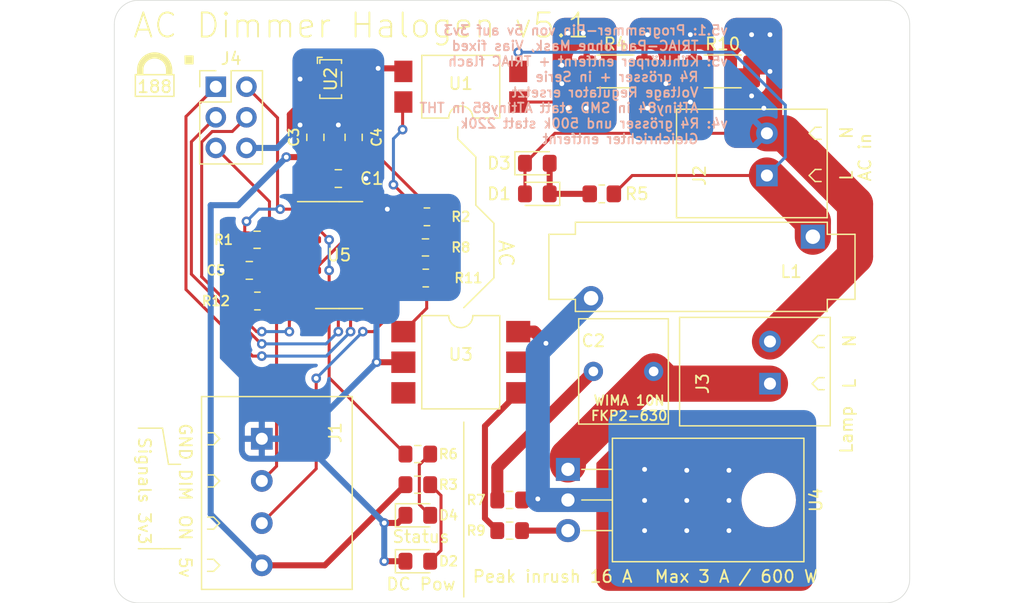
<source format=kicad_pcb>
(kicad_pcb (version 20221018) (generator pcbnew)
  (layers (0 "F.Cu" signal) (31 "B.Cu" signal) (34 "B.Paste" user) (35 "F.Paste" user) (36 "B.SilkS" user "B.Silkscreen") (37 "F.SilkS" user "F.Silkscreen") (38 "B.Mask" user) (39 "F.Mask" user) (44 "Edge.Cuts" user))
  (net 0 "")
  (net 1 "GND")
  (net 2 "/N")
  (net 3 "/L")
  (net 4 "Net-(D4-Pad2)")
  (net 5 "DIM")
  (net 6 "ON")
  (net 7 "MISO")
  (net 8 "Net-(C2-Pad1)")
  (net 9 "Net-(D2-Pad2)")
  (net 10 "Net-(R8-Pad2)")
  (net 11 "SCK")
  (net 12 "Net-(R9-Pad2)")
  (net 13 "/r1L")
  (net 14 "MOSI")
  (net 16 "~{RST}")
  (net 17 "+5V")
  (net 18 "/lamp_L")
  (net 19 "/gate")
  (net 20 "Net-(D1-Pad1)")
  (net 22 "sig_zerocross")
  (net 23 "led_status")
  (net 24 "cmd_on")
  (net 27 "Net-(R10-Pad1)")
  (net 29 "/T_{2}")
  (net 31 "+3V3")
  (footprint "Capacitor_SMD:C_0805_2012Metric_Pad1.18x1.45mm_HandSolder" (layer "F.Cu") (at 148.59 97.79)
    (fp_text reference "C1" (at 2.7725 0) (layer "F.SilkS"))
    (fp_text value "100 nF")
    (pad "1" smd roundrect (at -1.0375 0) (size 1.175 1.45) (layers "F.Cu" "F.Paste" "F.Mask") (roundrect_rratio 0.2127659574) (net 31 "+3V3"))
    (pad "2" smd roundrect (at 1.0375 0) (size 1.175 1.45) (layers "F.Cu" "F.Paste" "F.Mask") (roundrect_rratio 0.2127659574) (net 1 "GND"))
  )
  (footprint "LED_SMD:LED_0805_2012Metric_Pad1.15x1.40mm_HandSolder" (layer "F.Cu") (at 155.185 129.54)
    (fp_text reference "D2" (at 2.549 0) (layer "F.SilkS") (effects (font (size 0.8 0.8))))
    (fp_text value "LED Green")
    (fp_text user "DC Pow" (at 0.263 1.905 unlocked) (layer "F.SilkS"))
    (pad "1" smd roundrect (at -1.025 0) (size 1.15 1.4) (layers "F.Cu" "F.Paste" "F.Mask") (roundrect_rratio 0.2173913043) (net 1 "GND"))
    (pad "2" smd roundrect (at 1.025 0) (size 1.15 1.4) (layers "F.Cu" "F.Paste" "F.Mask") (roundrect_rratio 0.2173913043) (net 9 "Net-(D2-Pad2)"))
  )
  (footprint "LED_SMD:LED_0805_2012Metric_Pad1.15x1.40mm_HandSolder" (layer "F.Cu") (at 155.185 125.73)
    (fp_text reference "D4" (at 2.549 0) (layer "F.SilkS") (effects (font (size 0.8 0.8))))
    (fp_text value "LED Green")
    (fp_text user "Status" (at 0.263 1.778 unlocked) (layer "F.SilkS"))
    (pad "1" smd roundrect (at -1.025 0) (size 1.15 1.4) (layers "F.Cu" "F.Paste" "F.Mask") (roundrect_rratio 0.2173913043) (net 1 "GND"))
    (pad "2" smd roundrect (at 1.025 0) (size 1.15 1.4) (layers "F.Cu" "F.Paste" "F.Mask") (roundrect_rratio 0.2173913043) (net 4 "Net-(D4-Pad2)"))
  )
  (footprint "Footprints:Phoenix_PTSA-1,5_1x2_P3.5mm" (layer "F.Cu") (at 184.15 97.536 90)
    (fp_text reference "J2" (at 0 -5.588 90) (layer "F.SilkS"))
    (fp_text value "PTSA 1.5/ 2-3.5-F")
    (pad "1" thru_hole rect (at 0 0 90) (size 1.8 1.8) (drill 1) (layers "*.Cu" "*.Mask") (net 3 "/L"))
    (pad "2" thru_hole circle (at 3.5 0 90) (size 1.8 1.8) (drill 1) (layers "*.Cu" "*.Mask") (net 2 "/N"))
  )
  (footprint "Footprints:Phoenix_PTSA-1,5_1x2_P3.5mm" (layer "F.Cu") (at 184.404 114.808 90)
    (fp_text reference "J3" (at 0 -5.588 90) (layer "F.SilkS"))
    (fp_text value "PTSA 1.5/ 2-3.5-F")
    (pad "1" thru_hole rect (at 0 0 90) (size 1.8 1.8) (drill 1) (layers "*.Cu" "*.Mask") (net 18 "/lamp_L"))
    (pad "2" thru_hole circle (at 3.5 0 90) (size 1.8 1.8) (drill 1) (layers "*.Cu" "*.Mask") (net 2 "/N"))
  )
  (footprint "Resistor_SMD:R_0805_2012Metric_Pad1.15x1.40mm_HandSolder" (layer "F.Cu") (at 141.85 102.87)
    (fp_text reference "R1" (at -2.785 0) (layer "F.SilkS") (effects (font (size 0.8 0.8))))
    (fp_text value "4.7 kΩ")
    (pad "1" smd roundrect (at -1.025 0) (size 1.15 1.4) (layers "F.Cu" "F.Paste" "F.Mask") (roundrect_rratio 0.2173913043) (net 31 "+3V3"))
    (pad "2" smd roundrect (at 1.025 0) (size 1.15 1.4) (layers "F.Cu" "F.Paste" "F.Mask") (roundrect_rratio 0.2173913043) (net 16 "~{RST}"))
  )
  (footprint "Resistor_SMD:R_0805_2012Metric_Pad1.15x1.40mm_HandSolder" (layer "F.Cu") (at 155.185 123.19)
    (fp_text reference "R3" (at 2.531 0) (layer "F.SilkS") (effects (font (size 0.8 0.8))))
    (fp_text value "470 Ω")
    (pad "1" smd roundrect (at -1.025 0) (size 1.15 1.4) (layers "F.Cu" "F.Paste" "F.Mask") (roundrect_rratio 0.2173913043) (net 17 "+5V"))
    (pad "2" smd roundrect (at 1.025 0) (size 1.15 1.4) (layers "F.Cu" "F.Paste" "F.Mask") (roundrect_rratio 0.2173913043) (net 9 "Net-(D2-Pad2)"))
  )
  (footprint "Resistor_SMD:R_0805_2012Metric_Pad1.15x1.40mm_HandSolder" (layer "F.Cu") (at 162.805 127 180)
    (fp_text reference "R9" (at 2.785 0) (layer "F.SilkS") (effects (font (size 0.8 0.8))))
    (fp_text value "470 Ω")
    (pad "1" smd roundrect (at -1.025 0 180) (size 1.15 1.4) (layers "F.Cu" "F.Paste" "F.Mask") (roundrect_rratio 0.2173913043) (net 19 "/gate"))
    (pad "2" smd roundrect (at 1.025 0 180) (size 1.15 1.4) (layers "F.Cu" "F.Paste" "F.Mask") (roundrect_rratio 0.2173913043) (net 12 "Net-(R9-Pad2)"))
  )
  (footprint "Package_TO_SOT_THT:TO-220-3_Horizontal_TabDown" (layer "F.Cu") (at 167.64 121.92 -90)
    (fp_text reference "U4" (at 2.54 -20.58 90) (layer "F.SilkS"))
    (fp_text value "BTA316-600D")
    (pad "" np_thru_hole oval (at 2.54 -16.66 270) (size 3.5 3.5) (drill 3.5) (layers "*.Cu" "*.Mask"))
    (pad "1" thru_hole rect (at 0 0 270) (size 1.905 2) (drill 1.1) (layers "*.Cu" "*.Mask") (net 18 "/lamp_L"))
    (pad "2" thru_hole oval (at 2.54 0 270) (size 1.905 2) (drill 1.1) (layers "*.Cu" "*.Mask") (net 29 "/T_{2}"))
    (pad "3" thru_hole oval (at 5.08 0 270) (size 1.905 2) (drill 1.1) (layers "*.Cu" "*.Mask") (net 19 "/gate"))
  )
  (footprint "Resistor_SMD:R_0805_2012Metric_Pad1.20x1.40mm_HandSolder" (layer "F.Cu") (at 155.94 100.965 180)
    (fp_text reference "R2" (at -2.81 0) (layer "F.SilkS") (effects (font (size 0.8 0.8))))
    (fp_text value "10 kΩ")
    (pad "1" smd roundrect (at -1 0 180) (size 1.2 1.4) (layers "F.Cu" "F.Paste" "F.Mask") (roundrect_rratio 0.2083333333) (net 31 "+3V3"))
    (pad "2" smd roundrect (at 1 0 180) (size 1.2 1.4) (layers "F.Cu" "F.Paste" "F.Mask") (roundrect_rratio 0.2083333333) (net 22 "sig_zerocross"))
  )
  (footprint "Capacitor_THT:C_Rect_L7.2mm_W8.5mm_P5.00mm_FKP2_FKP2_MKS2_MKP2" (layer "F.Cu") (at 169.752 113.792)
    (fp_text reference "C2" (at 0 -2.54) (layer "F.SilkS"))
    (fp_text value "10 nF 630 V")
    (fp_text user "FKP2-630" (at 2.968 3.683 unlocked) (layer "F.SilkS") (effects (font (size 0.8 0.8))))
    (fp_text user "WIMA 10N" (at 2.968 2.413 unlocked) (layer "F.SilkS") (effects (font (size 0.8 0.8))))
    (pad "1" thru_hole circle (at 0 0) (size 1.6 1.6) (drill 0.8) (layers "*.Cu" "*.Mask") (net 8 "Net-(C2-Pad1)"))
    (pad "2" thru_hole circle (at 5 0) (size 1.6 1.6) (drill 0.8) (layers "*.Cu" "*.Mask") (net 18 "/lamp_L"))
  )
  (footprint "Footprints:4RCC-4R7M-F18.4mm" (layer "F.Cu") (at 187.96 102.616 180)
    (fp_text reference "L1" (at 1.8 -2.9) (layer "F.SilkS"))
    (fp_text value "4.7 µH")
    (pad "1" thru_hole rect (at 0 0 180) (size 2 2) (drill 1.2) (layers "*.Cu" "*.Mask") (net 3 "/L"))
    (pad "2" thru_hole circle (at 18.4 -5.1 180) (size 2 2) (drill 1.2) (layers "*.Cu" "*.Mask") (net 29 "/T_{2}"))
  )
  (footprint "Package_DIP:SMDIP-6_W9.53mm" (layer "F.Cu") (at 158.75 113.03)
    (fp_text reference "U3" (at 0 -0.635) (layer "F.SilkS"))
    (fp_text value "MOC3052M")
    (pad "1" smd rect (at -4.765 -2.54) (size 2 1.78) (layers "F.Cu" "F.Paste" "F.Mask") (net 10 "Net-(R8-Pad2)"))
    (pad "2" smd rect (at -4.765 0) (size 2 1.78) (layers "F.Cu" "F.Paste" "F.Mask") (net 1 "GND"))
    (pad "3" smd rect (at -4.765 2.54) (size 2 1.78) (layers "F.Cu" "F.Paste" "F.Mask"))
    (pad "4" smd rect (at 4.765 2.54) (size 2 1.78) (layers "F.Cu" "F.Paste" "F.Mask") (net 12 "Net-(R9-Pad2)"))
    (pad "5" smd rect (at 4.765 0) (size 2 1.78) (layers "F.Cu" "F.Paste" "F.Mask"))
    (pad "6" smd rect (at 4.765 -2.54) (size 2 1.78) (layers "F.Cu" "F.Paste" "F.Mask") (net 29 "/T_{2}"))
  )
  (footprint "Resistor_SMD:R_0805_2012Metric_Pad1.15x1.40mm_HandSolder" (layer "F.Cu") (at 155.82 103.505)
    (fp_text reference "R8" (at 2.93 0) (layer "F.SilkS") (effects (font (size 0.8 0.8))))
    (fp_text value "100 Ω")
    (pad "1" smd roundrect (at -1.025 0) (size 1.15 1.4) (layers "F.Cu" "F.Paste" "F.Mask") (roundrect_rratio 0.2173913043) (net 24 "cmd_on"))
    (pad "2" smd roundrect (at 1.025 0) (size 1.15 1.4) (layers "F.Cu" "F.Paste" "F.Mask") (roundrect_rratio 0.2173913043) (net 10 "Net-(R8-Pad2)"))
  )
  (footprint "Resistor_SMD:R_0805_2012Metric_Pad1.15x1.40mm_HandSolder" (layer "F.Cu") (at 162.805 124.46 180)
    (fp_text reference "R7" (at 2.785 0) (layer "F.SilkS") (effects (font (size 0.8 0.8))))
    (fp_text value "220 Ω 0.5 W")
    (pad "1" smd roundrect (at -1.025 0 180) (size 1.15 1.4) (layers "F.Cu" "F.Paste" "F.Mask") (roundrect_rratio 0.2173913043) (net 29 "/T_{2}"))
    (pad "2" smd roundrect (at 1.025 0 180) (size 1.15 1.4) (layers "F.Cu" "F.Paste" "F.Mask") (roundrect_rratio 0.2173913043) (net 8 "Net-(C2-Pad1)"))
  )
  (footprint "Footprints:Phoenix_PTSA-1,5_1x4_P3.5mm" (layer "F.Cu") (at 142.24 119.38 -90)
    (fp_text reference "J1" (at -0.508 -6.096 90) (layer "F.SilkS"))
    (fp_text value "PTSA 1.5/ 4-3.5-F")
    (pad "1" thru_hole rect (at 0 0 270) (size 1.8 1.8) (drill 1) (layers "*.Cu" "*.Mask") (net 1 "GND"))
    (pad "2" thru_hole circle (at 3.5 0 270) (size 1.8 1.8) (drill 1) (layers "*.Cu" "*.Mask") (net 5 "DIM"))
    (pad "3" thru_hole circle (at 7 0 270) (size 1.8 1.8) (drill 1) (layers "*.Cu" "*.Mask") (net 6 "ON"))
    (pad "4" thru_hole circle (at 10.5 0 270) (size 1.8 1.8) (drill 1) (layers "*.Cu" "*.Mask") (net 17 "+5V"))
  )
  (footprint "Resistor_SMD:R_0805_2012Metric_Pad1.15x1.40mm_HandSolder" (layer "F.Cu") (at 155.185 120.65)
    (fp_text reference "R6" (at 2.531 0) (layer "F.SilkS") (effects (font (size 0.8 0.8))))
    (fp_text value "470 Ω")
    (pad "1" smd roundrect (at -1.025 0) (size 1.15 1.4) (layers "F.Cu" "F.Paste" "F.Mask") (roundrect_rratio 0.2173913043) (net 23 "led_status"))
    (pad "2" smd roundrect (at 1.025 0) (size 1.15 1.4) (layers "F.Cu" "F.Paste" "F.Mask") (roundrect_rratio 0.2173913043) (net 4 "Net-(D4-Pad2)"))
  )
  (footprint "Capacitor_SMD:C_0805_2012Metric_Pad1.15x1.40mm_HandSolder" (layer "F.Cu") (at 146.685 94.37 90)
    (fp_text reference "C3" (at 0.009 -1.778 90) (layer "F.SilkS") (effects (font (size 0.8 0.8))))
    (fp_text value "1 µF")
    (pad "1" smd roundrect (at -1.025 0 90) (size 1.15 1.4) (layers "F.Cu" "F.Paste" "F.Mask") (roundrect_rratio 0.2173913043) (net 17 "+5V"))
    (pad "2" smd roundrect (at 1.025 0 90) (size 1.15 1.4) (layers "F.Cu" "F.Paste" "F.Mask") (roundrect_rratio 0.2173913043) (net 1 "GND"))
  )
  (footprint "Capacitor_SMD:C_0805_2012Metric_Pad1.15x1.40mm_HandSolder" (layer "F.Cu") (at 149.86 94.37 90)
    (fp_text reference "C4" (at 0 1.905 90) (layer "F.SilkS") (effects (font (size 0.8 0.8))))
    (fp_text value "1 µF")
    (pad "1" smd roundrect (at -1.025 0 90) (size 1.15 1.4) (layers "F.Cu" "F.Paste" "F.Mask") (roundrect_rratio 0.2173913043) (net 31 "+3V3"))
    (pad "2" smd roundrect (at 1.025 0 90) (size 1.15 1.4) (layers "F.Cu" "F.Paste" "F.Mask") (roundrect_rratio 0.2173913043) (net 1 "GND"))
  )
  (footprint "LED_SMD:LED_0805_2012Metric_Pad1.15x1.40mm_HandSolder" (layer "F.Cu") (at 165.1 96.52)
    (fp_text reference "D3" (at -3.175 0) (layer "F.SilkS"))
    (fp_text value "LED Blue")
    (pad "1" smd roundrect (at -1.025 0) (size 1.15 1.4) (layers "F.Cu" "F.Paste" "F.Mask") (roundrect_rratio 0.2173913043) (net 2 "/N"))
    (pad "2" smd roundrect (at 1.025 0) (size 1.15 1.4) (layers "F.Cu" "F.Paste" "F.Mask") (roundrect_rratio 0.2173913043) (net 20 "Net-(D1-Pad1)"))
  )
  (footprint "LED_SMD:LED_0805_2012Metric_Pad1.15x1.40mm_HandSolder" (layer "F.Cu") (at 165.1 99.06 180)
    (fp_text reference "D1" (at 3.175 0) (layer "F.SilkS"))
    (fp_text value "LED Blue")
    (pad "1" smd roundrect (at -1.025 0 180) (size 1.15 1.4) (layers "F.Cu" "F.Paste" "F.Mask") (roundrect_rratio 0.2173913043) (net 20 "Net-(D1-Pad1)"))
    (pad "2" smd roundrect (at 1.025 0 180) (size 1.15 1.4) (layers "F.Cu" "F.Paste" "F.Mask") (roundrect_rratio 0.2173913043) (net 2 "/N"))
  )
  (footprint "Resistor_SMD:R_0805_2012Metric_Pad1.20x1.40mm_HandSolder" (layer "F.Cu") (at 141.875 107.95)
    (fp_text reference "R12" (at -3.445 0) (layer "F.SilkS") (effects (font (size 0.8 0.8))))
    (fp_text value "10 kΩ")
    (pad "1" smd roundrect (at -1 0) (size 1.2 1.4) (layers "F.Cu" "F.Paste" "F.Mask") (roundrect_rratio 0.2083333333) (net 31 "+3V3"))
    (pad "2" smd roundrect (at 1 0) (size 1.2 1.4) (layers "F.Cu" "F.Paste" "F.Mask") (roundrect_rratio 0.2083333333) (net 5 "DIM"))
  )
  (footprint "MountingHole:MountingHole_3.2mm_M3_ISO14580" (layer "F.Cu") (at 134 114)
    (fp_text reference "REF**" hide)
    (fp_text value "MountingHole_3.2mm_M3_ISO14580")
    (pad "" np_thru_hole circle (at 0 0) (size 3.2 3.2) (drill 3.2) (layers "*.Cu" "*.Mask"))
  )
  (footprint "Resistor_SMD:R_0805_2012Metric_Pad1.20x1.40mm_HandSolder" (layer "F.Cu") (at 155.845 106.045 180)
    (fp_text reference "R11" (at -3.54 0) (layer "F.SilkS") (effects (font (size 0.8 0.8))))
    (fp_text value "10 kΩ")
    (pad "1" smd roundrect (at -1 0 180) (size 1.2 1.4) (layers "F.Cu" "F.Paste" "F.Mask") (roundrect_rratio 0.2083333333) (net 31 "+3V3"))
    (pad "2" smd roundrect (at 1 0 180) (size 1.2 1.4) (layers "F.Cu" "F.Paste" "F.Mask") (roundrect_rratio 0.2083333333) (net 6 "ON"))
  )
  (footprint "Footprints:Geheimgang_Logo" (layer "F.Cu") (at 133.35 90.17)
    (fp_text reference "REF**" hide)
    (fp_text value "Geheimgang_Logo")
    (fp_text user "188" (at 0 0) (layer "F.SilkS"))
  )
  (footprint "Footprints:SOT25" (layer "F.Cu") (at 147.955 89.535 -90)
    (fp_text reference "U2" (at 0 0 90) (layer "F.SilkS"))
    (fp_text value "AP7343")
    (pad "1" smd rect (at -0.95 1.4 270) (size 0.55 1.2) (layers "F.Cu" "F.Paste" "F.Mask") (net 17 "+5V"))
    (pad "2" smd rect (at 0 1.4 270) (size 0.55 1.2) (layers "F.Cu" "F.Paste" "F.Mask") (net 1 "GND"))
    (pad "3" smd rect (at 0.95 1.4 270) (size 0.55 1.2) (layers "F.Cu" "F.Paste" "F.Mask") (net 17 "+5V"))
    (pad "4" smd rect (at 0.95 -1.4 270) (size 0.55 1.2) (layers "F.Cu" "F.Paste" "F.Mask"))
    (pad "5" smd rect (at -0.95 -1.4 270) (size 0.55 1.2) (layers "F.Cu" "F.Paste" "F.Mask") (net 31 "+3V3"))
  )
  (footprint "Capacitor_SMD:C_0805_2012Metric_Pad1.18x1.45mm_HandSolder" (layer "F.Cu") (at 141.2025 105.41 180)
    (fp_text reference "C5" (at 2.7725 0) (layer "F.SilkS") (effects (font (size 0.8 0.8))))
    (fp_text value "100 nF")
    (pad "1" smd roundrect (at -1.0375 0 180) (size 1.175 1.45) (layers "F.Cu" "F.Paste" "F.Mask") (roundrect_rratio 0.2127659574) (net 16 "~{RST}"))
    (pad "2" smd roundrect (at 1.0375 0 180) (size 1.175 1.45) (layers "F.Cu" "F.Paste" "F.Mask") (roundrect_rratio 0.2127659574) (net 1 "GND"))
  )
  (footprint "MountingHole:MountingHole_3.2mm_M3_ISO14580" (layer "F.Cu") (at 192 89)
    (fp_text reference "REF**" hide)
    (fp_text value "MountingHole_3.2mm_M3_ISO14580")
    (pad "" np_thru_hole circle (at 0 0) (size 3.2 3.2) (drill 3.2) (layers "*.Cu" "*.Mask"))
  )
  (footprint "MountingHole:MountingHole_3.2mm_M3_ISO14580" (layer "F.Cu") (at 192 128)
    (fp_text reference "REF**" hide)
    (fp_text value "MountingHole_3.2mm_M3_ISO14580")
    (pad "" np_thru_hole circle (at 0 0) (size 3.2 3.2) (drill 3.2) (layers "*.Cu" "*.Mask"))
  )
  (footprint "Package_SO:SOIC-14_3.9x8.7mm_P1.27mm" (layer "F.Cu") (at 148.655 104.14)
    (fp_text reference "U5" (at 0 0) (layer "F.SilkS"))
    (fp_text value "ATtiny84A-SS")
    (pad "1" smd roundrect (at -2.475 -3.81) (size 1.95 0.6) (layers "F.Cu" "F.Paste" "F.Mask") (net 31 "+3V3"))
    (pad "2" smd roundrect (at -2.475 -2.54) (size 1.95 0.6) (layers "F.Cu" "F.Paste" "F.Mask") (net 23 "led_status"))
    (pad "3" smd roundrect (at -2.475 -1.27) (size 1.95 0.6) (layers "F.Cu" "F.Paste" "F.Mask"))
    (pad "4" smd roundrect (at -2.475 0) (size 1.95 0.6) (layers "F.Cu" "F.Paste" "F.Mask") (net 16 "~{RST}"))
    (pad "5" smd roundrect (at -2.475 1.27) (size 1.95 0.6) (layers "F.Cu" "F.Paste" "F.Mask") (net 22 "sig_zerocross"))
    (pad "6" smd roundrect (at -2.475 2.54) (size 1.95 0.6) (layers "F.Cu" "F.Paste" "F.Mask") (net 5 "DIM"))
    (pad "7" smd roundrect (at -2.475 3.81) (size 1.95 0.6) (layers "F.Cu" "F.Paste" "F.Mask") (net 14 "MOSI"))
    (pad "8" smd roundrect (at 2.475 3.81) (size 1.95 0.6) (layers "F.Cu" "F.Paste" "F.Mask") (net 7 "MISO"))
    (pad "9" smd roundrect (at 2.475 2.54) (size 1.95 0.6) (layers "F.Cu" "F.Paste" "F.Mask") (net 11 "SCK"))
    (pad "10" smd roundrect (at 2.475 1.27) (size 1.95 0.6) (layers "F.Cu" "F.Paste" "F.Mask") (net 6 "ON"))
    (pad "11" smd roundrect (at 2.475 0) (size 1.95 0.6) (layers "F.Cu" "F.Paste" "F.Mask"))
    (pad "12" smd roundrect (at 2.475 -1.27) (size 1.95 0.6) (layers "F.Cu" "F.Paste" "F.Mask") (net 24 "cmd_on"))
    (pad "13" smd roundrect (at 2.475 -2.54) (size 1.95 0.6) (layers "F.Cu" "F.Paste" "F.Mask"))
    (pad "14" smd roundrect (at 2.475 -3.81) (size 1.95 0.6) (layers "F.Cu" "F.Paste" "F.Mask") (net 1 "GND"))
  )
  (footprint "Resistor_SMD:R_2010_5025Metric_Pad1.40x2.65mm_HandSolder" (layer "F.Cu") (at 171.59 88.9)
    (fp_text reference "R4" (at 0 -2.28) (layer "F.SilkS"))
    (fp_text value "33 kΩ")
    (pad "1" smd roundrect (at -2.4 0) (size 1.4 2.65) (layers "F.Cu" "F.Paste" "F.Mask") (roundrect_rratio 0.1785707143) (net 13 "/r1L"))
    (pad "2" smd roundrect (at 2.4 0) (size 1.4 2.65) (layers "F.Cu" "F.Paste" "F.Mask") (roundrect_rratio 0.1785707143) (net 27 "Net-(R10-Pad1)"))
  )
  (footprint "Connector_PinHeader_2.54mm:PinHeader_2x03_P2.54mm_Vertical" (layer "F.Cu") (at 138.425 90.17)
    (fp_text reference "J4" (at 1.27 -2.33) (layer "F.SilkS"))
    (fp_text value "AVR-ISP-6")
    (pad "1" thru_hole rect (at 0 0) (size 1.7 1.7) (drill 1) (layers "*.Cu" "*.Mask") (net 7 "MISO"))
    (pad "2" thru_hole oval (at 2.54 0) (size 1.7 1.7) (drill 1) (layers "*.Cu" "*.Mask") (net 31 "+3V3"))
    (pad "3" thru_hole oval (at 0 2.54) (size 1.7 1.7) (drill 1) (layers "*.Cu" "*.Mask") (net 11 "SCK"))
    (pad "4" thru_hole oval (at 2.54 2.54) (size 1.7 1.7) (drill 1) (layers "*.Cu" "*.Mask") (net 14 "MOSI"))
    (pad "5" thru_hole oval (at 0 5.08) (size 1.7 1.7) (drill 1) (layers "*.Cu" "*.Mask") (net 16 "~{RST}"))
    (pad "6" thru_hole oval (at 2.54 5.08) (size 1.7 1.7) (drill 1) (layers "*.Cu" "*.Mask") (net 1 "GND"))
  )
  (footprint "Resistor_SMD:R_2010_5025Metric_Pad1.40x2.65mm_HandSolder" (layer "F.Cu") (at 180.48 88.9)
    (fp_text reference "R10" (at 0 -2.28) (layer "F.SilkS"))
    (fp_text value "33 kΩ")
    (pad "1" smd roundrect (at -2.4 0) (size 1.4 2.65) (layers "F.Cu" "F.Paste" "F.Mask") (roundrect_rratio 0.1785707143) (net 27 "Net-(R10-Pad1)"))
    (pad "2" smd roundrect (at 2.4 0) (size 1.4 2.65) (layers "F.Cu" "F.Paste" "F.Mask") (roundrect_rratio 0.1785707143) (net 2 "/N"))
  )
  (footprint "Package_DIP:SMDIP-4_W9.53mm_Clearance8mm" (layer "F.Cu") (at 158.75 90.17 180)
    (fp_text reference "U1" (at 0 0.254 180) (layer "F.SilkS"))
    (fp_text value "SFH6206-3T")
    (pad "1" smd rect (at -4.765 -1.27 180) (size 1.5 1.78) (layers "F.Cu" "F.Paste" "F.Mask") (net 13 "/r1L"))
    (pad "2" smd rect (at -4.765 1.27 180) (size 1.5 1.78) (layers "F.Cu" "F.Paste" "F.Mask") (net 3 "/L"))
    (pad "3" smd rect (at 4.765 1.27 180) (size 1.5 1.78) (layers "F.Cu" "F.Paste" "F.Mask") (net 1 "GND"))
    (pad "4" smd rect (at 4.765 -1.27 180) (size 1.5 1.78) (layers "F.Cu" "F.Paste" "F.Mask") (net 22 "sig_zerocross"))
  )
  (footprint "Resistor_SMD:R_0805_2012Metric_Pad1.20x1.40mm_HandSolder" (layer "F.Cu") (at 170.45 99.06 180)
    (fp_text reference "R5" (at -2.905 0) (layer "F.SilkS"))
    (fp_text value "1 MΩ")
    (pad "1" smd roundrect (at -1 0 180) (size 1.2 1.4) (layers "F.Cu" "F.Paste" "F.Mask") (roundrect_rratio 0.2083333333) (net 3 "/L"))
    (pad "2" smd roundrect (at 1 0 180) (size 1.2 1.4) (layers "F.Cu" "F.Paste" "F.Mask") (roundrect_rratio 0.2083333333) (net 20 "Net-(D1-Pad1)"))
  )
  (gr_rect (start 135.89 87.63) (end 136.525 88.265) (stroke (width 0.12)) (fill solid) (layer "F.SilkS"))
  (gr_line (start 161.5 106.03) (end 159 108.5) (stroke (width 0.12)) (layer "F.SilkS"))
  (gr_line (start 158.5 93.5) (end 158.5 94.5) (stroke (width 0.12)) (layer "F.SilkS"))
  (gr_line (start 161.5 101.5) (end 161.5 106.03) (stroke (width 0.12)) (layer "F.SilkS"))
  (gr_line (start 159 118) (end 159 132.5) (stroke (width 0.12)) (layer "F.SilkS"))
  (gr_line (start 134.5 121.5) (end 135.5 121.5) (stroke (width 0.12)) (layer "F.SilkS"))
  (gr_line (start 132 128.5) (end 134 128.5) (stroke (width 0.12)) (layer "F.SilkS"))
  (gr_line (start 134 128.5) (end 135.5 128.5) (stroke (width 0.12)) (layer "F.SilkS"))
  (gr_line (start 158.5 94.5) (end 160 96) (stroke (width 0.12)) (layer "F.SilkS"))
  (gr_line (start 132 118.5) (end 134 118.5) (stroke (width 0.12)) (layer "F.SilkS"))
  (gr_line (start 134 118.5) (end 134.5 121.5) (stroke (width 0.12)) (layer "F.SilkS"))
  (gr_line (start 160 100) (end 161.5 101.5) (stroke (width 0.12)) (layer "F.SilkS"))
  (gr_line (start 160 96) (end 160 100) (stroke (width 0.12)) (layer "F.SilkS"))
  (gr_arc (start 196 131) (mid 195.414214 132.414214) (end 194 133) (stroke (width 0.05)) (layer "Edge.Cuts"))
  (gr_line (start 196 85) (end 196 131) (stroke (width 0.05)) (layer "Edge.Cuts"))
  (gr_line (start 194 133) (end 132 133) (stroke (width 0.05)) (layer "Edge.Cuts"))
  (gr_arc (start 132 133) (mid 130.585786 132.414214) (end 130 131) (stroke (width 0.05)) (layer "Edge.Cuts"))
  (gr_arc (start 194 83) (mid 195.414214 83.585786) (end 196 85) (stroke (width 0.05)) (layer "Edge.Cuts"))
  (gr_arc (start 130 85) (mid 130.585786 83.585786) (end 132 83) (stroke (width 0.05)) (layer "Edge.Cuts"))
  (gr_line (start 132 83) (end 194 83) (stroke (width 0.05)) (layer "Edge.Cuts"))
  (gr_line (start 130 131) (end 130 85) (stroke (width 0.05)) (layer "Edge.Cuts"))
  (gr_text "v5.1: Programmer-Pin von 5v auf 3v3\n    TRIAC-Pad ohne Mask, Vias fixed\nv5: Kühlkörper entfernt + TRIAC flach\n    R4 grösser + in Serie\n    Voltage Regulator ersetzt\n    ATtiny84 in SMD statt ATtiny85 in THT\nv4: R4 grösser und 500k statt 220k\n    Gleichrichter entfernt" (at 181 90) (layer "B.SilkS") (effects (font (size 0.8 0.8)) (justify left mirror)))
  (gr_text "Signals 3v3" (at 132.5 123.698 270) (layer "F.SilkS") (effects (font (size 1 1))))
  (gr_text "L" (at 190.754 97.536 90) (layer "F.SilkS") (effects (font (size 1 1))))
  (gr_text "Max 3 A / 600 W" (at 181.61 130.81) (layer "F.SilkS") (effects (font (size 1 1))))
  (gr_text "N" (at 191.008 111.252 90) (layer "F.SilkS") (effects (font (size 1 1))))
  (gr_text "GND" (at 135.89 119.634 270) (layer "F.SilkS") (effects (font (size 1 1))))
  (gr_text "AC in" (at 192.278 96.012 90) (layer "F.SilkS") (effects (font (size 1 1))))
  (gr_text "AC Dimmer Halogen v5.1" (at 150.5 85.09) (layer "F.SilkS") (effects (font (size 2 2))))
  (gr_text "Lamp" (at 190.754 118.618 90) (layer "F.SilkS") (effects (font (size 1 1))))
  (gr_text "AC" (at 162.5 104 270) (layer "F.SilkS") (effects (font (size 1.2 1.2))))
  (gr_text "Peak inrush 16 A" (at 166.37 130.81) (layer "F.SilkS") (effects (font (size 1 1))))
  (gr_text "N" (at 190.754 93.98 90) (layer "F.SilkS") (effects (font (size 1 1))))
  (gr_text "DIM" (at 135.89 123.19 270) (layer "F.SilkS") (effects (font (size 1 1))))
  (gr_text "5v" (at 135.89 130.048 270) (layer "F.SilkS") (effects (font (size 1 1))))
  (gr_text "L" (at 191.008 114.808 90) (layer "F.SilkS") (effects (font (size 1 1))))
  (gr_text "ON" (at 135.89 126.746 270) (layer "F.SilkS") (effects (font (size 1 1))))
  (segment (start 153.525 126.365) (end 154.16 125.73) (width 0.5) (layer "F.Cu") (net 1))
  (segment (start 151.765 113.03) (end 153.985 113.03) (width 0.5) (layer "F.Cu") (net 1))
  (segment (start 145.415 93.345) (end 146.685 93.345) (width 0.5) (layer "F.Cu") (net 1))
  (segment (start 151.892 88.646) (end 153.731 88.646) (width 0.5) (layer "F.Cu") (net 1))
  (segment (start 150.876 97.79) (end 149.6275 97.79) (width 0.5) (layer "F.Cu") (net 1))
  (segment (start 152.654 100.33) (end 151.13 100.33) (width 0.5) (layer "F.Cu") (net 1))
  (segment (start 152.4 126.365) (end 153.525 126.365) (width 0.5) (layer "F.Cu") (net 1))
  (segment (start 149.86 93.345) (end 148.59 93.345) (width 0.5) (layer "F.Cu") (net 1))
  (segment (start 153.731 88.646) (end 153.985 88.9) (width 0.5) (layer "F.Cu") (net 1))
  (segment (start 145.415 89.535) (end 146.555 89.535) (width 0.5) (layer "F.Cu") (net 1))
  (segment (start 140.165 105.41) (end 138.938 105.41) (width 0.5) (layer "F.Cu") (net 1))
  (segment (start 154.16 129.54) (end 152.4 129.54) (width 0.5) (layer "F.Cu") (net 1))
  (via (at 152.654 100.33) (size 0.8) (drill 0.4) (layers "F.Cu" "B.Cu") (net 1))
  (via (at 150.876 97.79) (size 0.8) (drill 0.4) (layers "F.Cu" "B.Cu") (net 1))
  (via (at 148.59 93.345) (size 0.8) (drill 0.4) (layers "F.Cu" "B.Cu") (net 1))
  (via (at 145.415 93.345) (size 0.8) (drill 0.4) (layers "F.Cu" "B.Cu") (net 1))
  (via (at 151.892 88.646) (size 0.8) (drill 0.4) (layers "F.Cu" "B.Cu") (net 1))
  (via (at 152.4 129.54) (size 0.8) (drill 0.4) (layers "F.Cu" "B.Cu") (net 1))
  (via (at 151.765 113.03) (size 0.8) (drill 0.4) (layers "F.Cu" "B.Cu") (net 1))
  (via (at 145.415 89.535) (size 0.8) (drill 0.4) (layers "F.Cu" "B.Cu") (net 1))
  (via (at 152.4 126.365) (size 0.8) (drill 0.4) (layers "F.Cu" "B.Cu") (net 1))
  (via (at 138.938 105.41) (size 0.8) (drill 0.4) (layers "F.Cu" "B.Cu") (net 1))
  (segment (start 145.415 119.38) (end 152.4 126.365) (width 0.5) (layer "B.Cu") (net 1))
  (segment (start 151.753534 113.018534) (end 151.765 113.03) (width 0.5) (layer "B.Cu") (net 1))
  (segment (start 145.415 119.38) (end 151.765 113.03) (width 0.5) (layer "B.Cu") (net 1))
  (segment (start 151.753534 109.22) (end 151.753534 113.018534) (width 0.5) (layer "B.Cu") (net 1))
  (segment (start 145.415 93.345) (end 143.51 95.25) (width 0.5) (layer "B.Cu") (net 1))
  (segment (start 152.4 126.365) (end 152.4 129.54) (width 0.5) (layer "B.Cu") (net 1))
  (segment (start 143.51 95.25) (end 140.965 95.25) (width 0.5) (layer "B.Cu") (net 1))
  (segment (start 142.24 119.38) (end 145.415 119.38) (width 0.5) (layer "B.Cu") (net 1))
  (segment (start 191.459519 104.252481) (end 191.459519 99.896451) (width 3) (layer "F.Cu") (net 2))
  (segment (start 185.599068 94.036) (end 184.15 94.036) (width 3) (layer "F.Cu") (net 2))
  (segment (start 191.459519 99.896451) (end 185.599068 94.036) (width 3) (layer "F.Cu") (net 2))
  (segment (start 184.404 111.308) (end 191.459519 104.252481) (width 3) (layer "F.Cu") (net 2))
  (segment (start 166.559 94.036) (end 184.15 94.036) (width 0.25) (layer "F.Cu") (net 2))
  (segment (start 164.075 96.52) (end 166.559 94.036) (width 0.25) (layer "F.Cu") (net 2))
  (segment (start 164.075 99.06) (end 164.075 96.52) (width 0.25) (layer "F.Cu") (net 2))
  (via (at 182.88 90.932) (size 0.8) (drill 0.4) (layers "F.Cu" "B.Cu") (net 2))
  (via (at 182.88 85.852) (size 0.8) (drill 0.4) (layers "F.Cu" "B.Cu") (net 2))
  (via (at 184.404 88.9) (size 0.8) (drill 0.4) (layers "F.Cu" "B.Cu") (net 2))
  (via (at 184.404 85.852) (size 0.8) (drill 0.4) (layers "F.Cu" "B.Cu") (net 2))
  (via (at 183.896 91.948) (size 0.8) (drill 0.4) (layers "F.Cu" "B.Cu") (net 2))
  (segment (start 187.96 101.346) (end 184.15 97.536) (width 3) (layer "F.Cu") (net 3))
  (segment (start 171.45 99.06) (end 172.974 97.536) (width 0.25) (layer "F.Cu") (net 3))
  (segment (start 163.515 88.9) (end 163.515 87.31) (width 0.25) (layer "F.Cu") (net 3))
  (segment (start 172.974 97.536) (end 184.15 97.536) (width 0.25) (layer "F.Cu") (net 3))
  (segment (start 187.96 102.616) (end 187.96 101.346) (width 3) (layer "F.Cu") (net 3))
  (via (at 163.515 87.31) (size 0.8) (drill 0.4) (layers "F.Cu" "B.Cu") (net 3))
  (segment (start 185.674511 91.694511) (end 181.29 87.31) (width 0.25) (layer "B.Cu") (net 3))
  (segment (start 184.15 97.536) (end 185.674511 96.011489) (width 0.25) (layer "B.Cu") (net 3))
  (segment (start 181.29 87.31) (end 163.515 87.31) (width 0.25) (layer "B.Cu") (net 3))
  (segment (start 185.674511 96.011489) (end 185.674511 91.694511) (width 0.25) (layer "B.Cu") (net 3))
  (segment (start 155.31048 121.54952) (end 155.31048 124.83048) (width 0.25) (layer "F.Cu") (net 4))
  (segment (start 156.21 120.65) (end 155.31048 121.54952) (width 0.25) (layer "F.Cu") (net 4))
  (segment (start 155.31048 124.83048) (end 156.21 125.73) (width 0.25) (layer "F.Cu") (net 4))
  (segment (start 142.875 107.95) (end 144.145 106.68) (width 0.25) (layer "F.Cu") (net 5))
  (segment (start 144.145 106.68) (end 146.18 106.68) (width 0.25) (layer "F.Cu") (net 5))
  (segment (start 142.24 122.88) (end 143.464511 121.655489) (width 0.25) (layer "F.Cu") (net 5))
  (segment (start 143.464511 121.655489) (end 143.464511 108.539511) (width 0.25) (layer "F.Cu") (net 5))
  (segment (start 143.464511 108.539511) (end 142.875 107.95) (width 0.25) (layer "F.Cu") (net 5))
  (segment (start 154.21 105.41) (end 154.845 106.045) (width 0.25) (layer "F.Cu") (net 6))
  (segment (start 152.654 105.41) (end 154.21 105.41) (width 0.25) (layer "F.Cu") (net 6))
  (segment (start 146.752807 121.867193) (end 142.24 126.38) (width 0.25) (layer "F.Cu") (net 6))
  (segment (start 146.752807 114.367807) (end 146.752807 121.867193) (width 0.25) (layer "F.Cu") (net 6))
  (segment (start 151.13 105.41) (end 152.654 105.41) (width 0.25) (layer "F.Cu") (net 6))
  (segment (start 152.654 109.344148) (end 152.654 105.41) (width 0.25) (layer "F.Cu") (net 6))
  (segment (start 150.622 110.49) (end 151.508148 110.49) (width 0.25) (layer "F.Cu") (net 6))
  (segment (start 151.508148 110.49) (end 152.654 109.344148) (width 0.25) (layer "F.Cu") (net 6))
  (via (at 150.622 110.49) (size 0.8) (drill 0.4) (layers "F.Cu" "B.Cu") (net 6))
  (via (at 146.752807 114.367807) (size 0.8) (drill 0.4) (layers "F.Cu" "B.Cu") (net 6))
  (segment (start 150.622 110.49) (end 150.622 110.498614) (width 0.25) (layer "B.Cu") (net 6))
  (segment (start 150.622 110.498614) (end 146.752807 114.367807) (width 0.25) (layer "B.Cu") (net 6))
  (segment (start 135.94848 106.99248) (end 135.94848 92.64652) (width 0.25) (layer "F.Cu") (net 7))
  (segment (start 149.606 110.49) (end 149.606 109.474) (width 0.25) (layer "F.Cu") (net 7))
  (segment (start 141.478 112.522) (end 135.94848 106.99248) (width 0.25) (layer "F.Cu") (net 7))
  (segment (start 149.606 109.474) (end 151.13 107.95) (width 0.25) (layer "F.Cu") (net 7))
  (segment (start 135.94848 92.64652) (end 138.425 90.17) (width 0.25) (layer "F.Cu") (net 7))
  (segment (start 142.24 112.522) (end 141.478 112.522) (width 0.25) (layer "F.Cu") (net 7))
  (via (at 142.24 112.522) (size 0.8) (drill 0.4) (layers "F.Cu" "B.Cu") (net 7))
  (via (at 149.606 110.49) (size 0.8) (drill 0.4) (layers "F.Cu" "B.Cu") (net 7))
  (segment (start 147.582614 112.522) (end 142.24 112.522) (width 0.25) (layer "B.Cu") (net 7))
  (segment (start 149.606 110.498614) (end 147.582614 112.522) (width 0.25) (layer "B.Cu") (net 7))
  (segment (start 149.606 110.49) (end 149.606 110.498614) (width 0.25) (layer "B.Cu") (net 7))
  (segment (start 161.78 124.46) (end 161.78 121.764) (width 1) (layer "F.Cu") (net 8))
  (segment (start 161.78 121.764) (end 169.752 113.792) (width 1) (layer "F.Cu") (net 8))
  (segment (start 156.21 123.19) (end 157.10952 124.08952) (width 0.25) (layer "F.Cu") (net 9))
  (segment (start 157.10952 124.08952) (end 157.10952 128.64048) (width 0.25) (layer "F.Cu") (net 9))
  (segment (start 157.10952 128.64048) (end 156.21 129.54) (width 0.25) (layer "F.Cu") (net 9))
  (segment (start 155.92048 108.55452) (end 153.985 110.49) (width 0.25) (layer "F.Cu") (net 10))
  (segment (start 155.92048 104.42952) (end 155.92048 108.55452) (width 0.25) (layer "F.Cu") (net 10))
  (segment (start 156.845 103.505) (end 155.92048 104.42952) (width 0.25) (layer "F.Cu") (net 10))
  (segment (start 148.59 110.49) (end 148.59 107.696) (width 0.25) (layer "F.Cu") (net 11))
  (segment (start 148.59 107.696) (end 149.606 106.68) (width 0.25) (layer "F.Cu") (net 11))
  (segment (start 149.606 106.68) (end 151.13 106.68) (width 0.25) (layer "F.Cu") (net 11))
  (segment (start 142.24 111.506) (end 142.182789 111.506) (width 0.25) (layer "F.Cu") (net 11))
  (segment (start 136.398 105.721211) (end 136.398 94.737) (width 0.25) (layer "F.Cu") (net 11))
  (segment (start 142.182789 111.506) (end 136.398 105.721211) (width 0.25) (layer "F.Cu") (net 11))
  (segment (start 136.398 94.737) (end 138.425 92.71) (width 0.25) (layer "F.Cu") (net 11))
  (via (at 148.59 110.49) (size 0.8) (drill 0.4) (layers "F.Cu" "B.Cu") (net 11))
  (via (at 142.24 111.506) (size 0.8) (drill 0.4) (layers "F.Cu" "B.Cu") (net 11))
  (segment (start 147.574 111.506) (end 142.24 111.506) (width 0.25) (layer "B.Cu") (net 11))
  (segment (start 148.59 110.49) (end 147.574 111.506) (width 0.25) (layer "B.Cu") (net 11))
  (segment (start 163.515 115.57) (end 160.75548 118.32952) (width 0.5) (layer "F.Cu") (net 12))
  (segment (start 160.75548 118.32952) (end 160.75548 125.97548) (width 0.5) (layer "F.Cu") (net 12))
  (segment (start 160.75548 125.97548) (end 161.78 127) (width 0.5) (layer "F.Cu") (net 12))
  (segment (start 169.19 88.9) (end 166.65 91.44) (width 0.25) (layer "F.Cu") (net 13))
  (segment (start 166.65 91.44) (end 163.515 91.44) (width 0.25) (layer "F.Cu") (net 13))
  (via (at 167.64 91.948) (size 0.8) (drill 0.4) (layers "F.Cu" "B.Cu") (net 13))
  (via (at 169.164 91.948) (size 0.8) (drill 0.4) (layers "F.Cu" "B.Cu") (net 13))
  (via (at 167.64 85.725) (size 0.8) (drill 0.4) (layers "F.Cu" "B.Cu") (net 13))
  (via (at 168.91 85.725) (size 0.8) (drill 0.4) (layers "F.Cu" "B.Cu") (net 13))
  (via (at 167.132 89.916) (size 0.8) (drill 0.4) (layers "F.Cu" "B.Cu") (net 13))
  (via (at 167.132 88.392) (size 0.8) (drill 0.4) (layers "F.Cu" "B.Cu") (net 13))
  (segment (start 139.790489 93.884511) (end 140.965 92.71) (width 0.25) (layer "F.Cu") (net 14))
  (segment (start 137.250489 94.763501) (end 138.129479 93.884511) (width 0.25) (layer "F.Cu") (net 14))
  (segment (start 144.526 109.604) (end 146.18 107.95) (width 0.25) (layer "F.Cu") (net 14))
  (segment (start 137.250489 105.937983) (end 137.250489 94.763501) (width 0.25) (layer "F.Cu") (net 14))
  (segment (start 138.129479 93.884511) (end 139.790489 93.884511) (width 0.25) (layer "F.Cu") (net 14))
  (segment (start 142.24 110.49) (end 141.802507 110.49) (width 0.25) (layer "F.Cu") (net 14))
  (segment (start 144.526 110.49) (end 144.526 109.604) (width 0.25) (layer "F.Cu") (net 14))
  (segment (start 137.322253 106.009747) (end 137.250489 105.937982) (width 0.25) (layer "F.Cu") (net 14))
  (segment (start 141.802507 110.49) (end 137.322253 106.009747) (width 0.25) (layer "F.Cu") (net 14))
  (segment (start 137.322253 106.009747) (end 137.250489 105.937983) (width 0.25) (layer "F.Cu") (net 14))
  (via (at 142.24 110.49) (size 0.8) (drill 0.4) (layers "F.Cu" "B.Cu") (net 14))
  (via (at 144.526 110.49) (size 0.8) (drill 0.4) (layers "F.Cu" "B.Cu") (net 14))
  (segment (start 144.526 110.49) (end 142.24 110.49) (width 0.25) (layer "B.Cu") (net 14))
  (segment (start 138.425 95.25) (end 142.875 99.7) (width 0.25) (layer "F.Cu") (net 16))
  (segment (start 142.875 99.7) (end 142.875 102.87) (width 0.25) (layer "F.Cu") (net 16))
  (segment (start 142.24 105.41) (end 142.875 104.775) (width 0.25) (layer "F.Cu") (net 16))
  (segment (start 142.24 105.41) (end 143.51 104.14) (width 0.25) (layer "F.Cu") (net 16))
  (segment (start 142.875 104.775) (end 142.875 102.87) (width 0.25) (layer "F.Cu") (net 16))
  (segment (start 143.51 104.14) (end 146.18 104.14) (width 0.25) (layer "F.Cu") (net 16))
  (segment (start 147.379022 90.485) (end 147.604511 90.259511) (width 0.5) (layer "F.Cu") (net 17))
  (segment (start 146.068 96.012) (end 146.685 95.395) (width 0.5) (layer "F.Cu") (net 17))
  (segment (start 147.604511 90.259511) (end 147.604511 88.810489) (width 0.5) (layer "F.Cu") (net 17))
  (segment (start 144.272 96.012) (end 146.068 96.012) (width 0.5) (layer "F.Cu") (net 17))
  (segment (start 146.555 90.485) (end 147.379022 90.485) (width 0.5) (layer "F.Cu") (net 17))
  (segment (start 144.565489 93.765489) (end 146.195 95.395) (width 0.5) (layer "F.Cu") (net 17))
  (segment (start 146.195 95.395) (end 146.685 95.395) (width 0.5) (layer "F.Cu") (net 17))
  (segment (start 147.379022 88.585) (end 146.555 88.585) (width 0.5) (layer "F.Cu") (net 17))
  (segment (start 146.555 90.485) (end 144.565489 92.474511) (width 0.5) (layer "F.Cu") (net 17))
  (segment (start 144.565489 92.474511) (end 144.565489 93.765489) (width 0.5) (layer "F.Cu") (net 17))
  (segment (start 147.47 129.88) (end 154.16 123.19) (width 0.5) (layer "F.Cu") (net 17))
  (segment (start 147.604511 88.810489) (end 147.379022 88.585) (width 0.5) (layer "F.Cu") (net 17))
  (segment (start 142.24 129.88) (end 147.47 129.88) (width 0.5) (layer "F.Cu") (net 17))
  (via (at 144.272 96.012) (size 0.8) (drill 0.4) (layers "F.Cu" "B.Cu") (net 17))
  (segment (start 138 125.64) (end 142.24 129.88) (width 0.5) (layer "B.Cu") (net 17))
  (segment (start 144.272 96.012) (end 140.284 100) (width 0.5) (layer "B.Cu") (net 17))
  (segment (start 140.284 100) (end 138 100) (width 0.5) (layer "B.Cu") (net 17))
  (segment (start 138 100) (end 138 125.64) (width 0.5) (layer "B.Cu") (net 17))
  (segment (start 167.64 120.904) (end 167.64 121.50798) (width 3) (layer "F.Cu") (net 18))
  (segment (start 174.752 113.792) (end 167.64 120.904) (width 3) (layer "F.Cu") (net 18))
  (segment (start 184.404 114.808) (end 175.768 114.808) (width 3) (layer "F.Cu") (net 18))
  (segment (start 175.768 114.808) (end 174.752 113.792) (width 3) (layer "F.Cu") (net 18))
  (segment (start 167.64 127) (end 163.83 127) (width 0.5) (layer "F.Cu") (net 19))
  (segment (start 166.125 99.06) (end 169.45 99.06) (width 0.5) (layer "F.Cu") (net 20))
  (segment (start 166.125 96.52) (end 166.125 99.06) (width 0.5) (layer "F.Cu") (net 20))
  (segment (start 154.94 100.076) (end 154.94 100.965) (width 0.25) (layer "F.Cu") (net 22))
  (segment (start 153.65952 102.24548) (end 149.720592 102.24548) (width 0.25) (layer "F.Cu") (net 22))
  (segment (start 146.556072 105.41) (end 146.18 105.41) (width 0.25) (layer "F.Cu") (net 22))
  (segment (start 154.94 100.965) (end 153.65952 102.24548) (width 0.25) (layer "F.Cu") (net 22))
  (segment (start 153.162 98.298) (end 154.94 100.076) (width 0.25) (layer "F.Cu") (net 22))
  (segment (start 149.720592 102.24548) (end 146.556072 105.41) (width 0.25) (layer "F.Cu") (net 22))
  (segment (start 153.924 93.726) (end 153.924 91.501) (width 0.25) (layer "F.Cu") (net 22))
  (segment (start 153.924 91.501) (end 153.985 91.44) (width 0.25) (layer "F.Cu") (net 22))
  (via (at 153.162 98.298) (size 0.8) (drill 0.4) (layers "F.Cu" "B.Cu") (net 22))
  (via (at 153.924 93.726) (size 0.8) (drill 0.4) (layers "F.Cu" "B.Cu") (net 22))
  (segment (start 153.162 98.298) (end 153.162 94.488) (width 0.25) (layer "B.Cu") (net 22))
  (segment (start 153.162 94.488) (end 153.924 93.726) (width 0.25) (layer "B.Cu") (net 22))
  (segment (start 146.558 101.6) (end 147.828 102.87) (width 0.25) (layer "F.Cu") (net 23))
  (segment (start 147.828 105.41) (end 147.828 114.318) (width 0.25) (layer "F.Cu") (net 23))
  (segment (start 147.828 114.318) (end 154.16 120.65) (width 0.25) (layer "F.Cu") (net 23))
  (segment (start 146.18 101.6) (end 146.558 101.6) (width 0.25) (layer "F.Cu") (net 23))
  (via (at 147.828 105.41) (size 0.8) (drill 0.4) (layers "F.Cu" "B.Cu") (net 23))
  (via (at 147.828 102.87) (size 0.8) (drill 0.4) (layers "F.Cu" "B.Cu") (net 23))
  (segment (start 147.828 105.41) (end 147.828 102.87) (width 0.25) (layer "B.Cu") (net 23))
  (segment (start 154.795 103.505) (end 151.765 103.505) (width 0.25) (layer "F.Cu") (net 24))
  (segment (start 151.765 103.505) (end 151.13 102.87) (width 0.25) (layer "F.Cu") (net 24))
  (segment (start 178.08 88.9) (end 173.99 88.9) (width 0.25) (layer "F.Cu") (net 27))
  (via (at 175.768 89.916) (size 0.8) (drill 0.4) (layers "F.Cu" "B.Cu") (net 27))
  (via (at 174.244 85.852) (size 0.8) (drill 0.4) (layers "F.Cu" "B.Cu") (net 27))
  (via (at 177.8 91.44) (size 0.8) (drill 0.4) (layers "F.Cu" "B.Cu") (net 27))
  (via (at 174.244 91.948) (size 0.8) (drill 0.4) (layers "F.Cu" "B.Cu") (net 27))
  (via (at 177.8 85.852) (size 0.8) (drill 0.4) (layers "F.Cu" "B.Cu") (net 27))
  (segment (start 163.515 110.49) (end 164.846 110.49) (width 1) (layer "F.Cu") (net 29))
  (segment (start 164.846 110.49) (end 165.816 111.46) (width 1) (layer "F.Cu") (net 29))
  (segment (start 163.83 124.46) (end 165.0525 124.46) (width 1) (layer "F.Cu") (net 29))
  (segment (start 165.0525 124.46) (end 165.140489 124.372011) (width 1) (layer "F.Cu") (net 29))
  (via (at 165.140489 124.372011) (size 0.8) (drill 0.4) (layers "F.Cu" "B.Cu") (net 29))
  (via (at 177.5 122) (size 0.8) (drill 0.4) (layers "F.Cu" "B.Cu") (net 29))
  (via (at 165.816 111.46) (size 0.8) (drill 0.4) (layers "F.Cu" "B.Cu") (net 29))
  (via (at 177.5 124.5) (size 0.8) (drill 0.4) (layers "F.Cu" "B.Cu") (net 29))
  (via (at 177.5 127) (size 0.8) (drill 0.4) (layers "F.Cu" "B.Cu") (net 29))
  (via (at 174 124.5) (size 0.8) (drill 0.4) (layers "F.Cu" "B.Cu") (net 29))
  (via (at 174 121.92) (size 0.8) (drill 0.4) (layers "F.Cu" "B.Cu") (net 29))
  (via (at 181 127) (size 0.8) (drill 0.4) (layers "F.Cu" "B.Cu") (net 29))
  (via (at 181 124.5) (size 0.8) (drill 0.4) (layers "F.Cu" "B.Cu") (net 29))
  (via (at 181 122) (size 0.8) (drill 0.4) (layers "F.Cu" "B.Cu") (net 29))
  (via (at 174 127) (size 0.8) (drill 0.4) (layers "F.Cu" "B.Cu") (net 29))
  (segment (start 165.140489 112.135511) (end 165.140489 124.372011) (width 2) (layer "B.Cu") (net 29))
  (segment (start 167.64 124.46) (end 173.96 124.46) (width 2) (layer "B.Cu") (net 29))
  (segment (start 169.56 107.716) (end 165.816 111.46) (width 2) (layer "B.Cu") (net 29))
  (segment (start 173.96 124.46) (end 174 124.5) (width 2) (layer "B.Cu") (net 29))
  (segment (start 165.140489 124.372011) (end 165.228478 124.46) (width 2) (layer "B.Cu") (net 29))
  (segment (start 165.228478 124.46) (end 167.64 124.46) (width 2) (layer "B.Cu") (net 29))
  (segment (start 165.816 111.46) (end 165.140489 112.135511) (width 2) (layer "B.Cu") (net 29))
  (segment (start 141.07702 107.74798) (end 140.875 107.95) (width 0.25) (layer "F.Cu") (net 31))
  (segment (start 149.86 95.4825) (end 147.5525 97.79) (width 0.25) (layer "F.Cu") (net 31))
  (segment (start 146.18 99.1625) (end 147.5525 97.79) (width 0.25) (layer "F.Cu") (net 31))
  (segment (start 157.74452 101.76952) (end 157.74452 105.14548) (width 0.25) (layer "F.Cu") (net 31))
  (segment (start 143.547489 100.113489) (end 143.764 100.33) (width 0.25) (layer "F.Cu") (net 31))
  (segment (start 156.94 100.965) (end 157.74452 101.76952) (width 0.25) (layer "F.Cu") (net 31))
  (segment (start 151.37 95.395) (end 156.94 100.965) (width 0.25) (layer "F.Cu") (net 31))
  (segment (start 150.88452 94.37048) (end 149.86 95.395) (width 0.25) (layer "F.Cu") (net 31))
  (segment (start 157.74452 105.14548) (end 156.845 106.045) (width 0.25) (layer "F.Cu") (net 31))
  (segment (start 149.355 88.585) (end 150.88452 90.11452) (width 0.25) (layer "F.Cu") (net 31))
  (segment (start 149.86 95.395) (end 149.86 95.4825) (width 0.25) (layer "F.Cu") (net 31))
  (segment (start 141.07702 103.12202) (end 141.07702 107.74798) (width 0.25) (layer "F.Cu") (net 31))
  (segment (start 140.825 101.491) (end 140.97 101.346) (width 0.25) (layer "F.Cu") (net 31))
  (segment (start 149.86 95.395) (end 151.37 95.395) (width 0.25) (layer "F.Cu") (net 31))
  (segment (start 143.547489 92.752489) (end 143.547489 100.113489) (width 0.25) (layer "F.Cu") (net 31))
  (segment (start 146.18 100.33) (end 146.18 99.1625) (width 0.25) (layer "F.Cu") (net 31))
  (segment (start 140.965 90.17) (end 143.547489 92.752489) (width 0.25) (layer "F.Cu") (net 31))
  (segment (start 146.18 100.33) (end 143.764 100.33) (width 0.25) (layer "F.Cu") (net 31))
  (segment (start 140.825 102.87) (end 140.825 101.491) (width 0.25) (layer "F.Cu") (net 31))
  (segment (start 150.88452 90.11452) (end 150.88452 94.37048) (width 0.25) (layer "F.Cu") (net 31))
  (segment (start 140.825 102.87) (end 141.07702 103.12202) (width 0.25) (layer "F.Cu") (net 31))
  (via (at 143.764 100.33) (size 0.8) (drill 0.4) (layers "F.Cu" "B.Cu") (net 31))
  (via (at 140.97 101.346) (size 0.8) (drill 0.4) (layers "F.Cu" "B.Cu") (net 31))
  (segment (start 143.764 100.33) (end 141.986 100.33) (width 0.25) (layer "B.Cu") (net 31))
  (segment (start 141.986 100.33) (end 140.97 101.346) (width 0.25) (layer "B.Cu") (net 31))
  (zone (net 27) (net_name "Net-(R10-Pad1)") (layer "F.Cu") (connect_pads (clearance 0.508)) (min_thickness 0.254) (fill yes (thermal_gap 0.508) (thermal_bridge_width 0.508) (smoothing fillet) (radius 1))
    (polygon (pts (xy 179.705 94.615) (xy 172.72 94.615) (xy 172.72 84.455) (xy 179.705 84.455)))
  )
  (zone (net 2) (net_name "/N") (layer "F.Cu") (connect_pads (clearance 0.508)) (min_thickness 0.254) (fill yes (thermal_gap 0.508) (thermal_bridge_width 0.508) (smoothing fillet) (radius 1))
    (polygon (pts (xy 185.42 95.25) (xy 180.61 95.25) (xy 180.61 84.455) (xy 185.42 84.455)))
  )
  (zone (net 29) (net_name "/T_{2}") (layer "F.Cu") (connect_pads (clearance 0.508)) (min_thickness 0.254) (fill yes (thermal_gap 0.508) (thermal_bridge_width 0.508) (smoothing fillet) (radius 1))
    (polygon (pts (xy 188 132) (xy 170 132) (xy 170 118) (xy 188 118)))
  )
  (zone (net 13) (net_name "/r1L") (layer "F.Cu") (connect_pads (clearance 0.508)) (min_thickness 0.254) (fill yes (thermal_gap 0.508) (thermal_bridge_width 0.508) (smoothing fillet) (radius 1))
    (polygon (pts (xy 171.68 93.98) (xy 166.37 93.98) (xy 166.37 84.455) (xy 171.68 84.455)))
  )
  (zone (net 13) (net_name "/r1L") (layer "B.Cu") (connect_pads (clearance 0.508)) (min_thickness 0.254) (fill yes (thermal_gap 0.508) (thermal_bridge_width 0.508) (smoothing fillet) (radius 1))
    (polygon (pts (xy 171.68 93.98) (xy 166.37 93.98) (xy 166.37 84.455) (xy 171.68 84.455)))
  )
  (zone (net 29) (net_name "/T_{2}") (layer "B.Cu") (connect_pads (clearance 0.508)) (min_thickness 0.254) (fill yes (thermal_gap 0.508) (thermal_bridge_width 0.508) (smoothing fillet) (radius 1))
    (polygon (pts (xy 188.24 131.66) (xy 171 131.66) (xy 171 117) (xy 188.24 117)))
  )
  (zone (net 2) (net_name "/N") (layer "B.Cu") (connect_pads (clearance 0.508)) (min_thickness 0.254) (fill yes (thermal_gap 0.508) (thermal_bridge_width 0.508) (smoothing fillet) (radius 1))
    (polygon (pts (xy 185.42 95.25) (xy 180.61 95.25) (xy 180.61 84.455) (xy 185.42 84.455)))
  )
  (zone (net 27) (net_name "Net-(R10-Pad1)") (layer "B.Cu") (connect_pads (clearance 0.508)) (min_thickness 0.254) (fill yes (thermal_gap 0.508) (thermal_bridge_width 0.508) (smoothing fillet) (radius 1))
    (polygon (pts (xy 179.705 94.615) (xy 172.72 94.615) (xy 172.72 84.455) (xy 179.705 84.455)))
  )
  (zone (net 1) (net_name "GND") (layer "B.Cu") (connect_pads (clearance 0.508)) (min_thickness 0.254) (fill yes (thermal_gap 0.508) (thermal_bridge_width 0.508) (smoothing fillet) (radius 1))
    (polygon (pts (xy 152.4 99.06) (xy 158.75 99.06) (xy 158.75 107.95) (xy 153.67 107.95) (xy 153.67 109.855) (xy 147.955 109.855) (xy 147.955 121.285) (xy 140.335 121.285) (xy 140.335 114.3) (xy 138.43 112.395) (xy 138.43 100.965) (xy 143.51 100.965) (xy 143.51 99.06) (xy 144.78 99.06) (xy 144.78 86.995) (xy 152.4 86.995)))
  )
)
</source>
